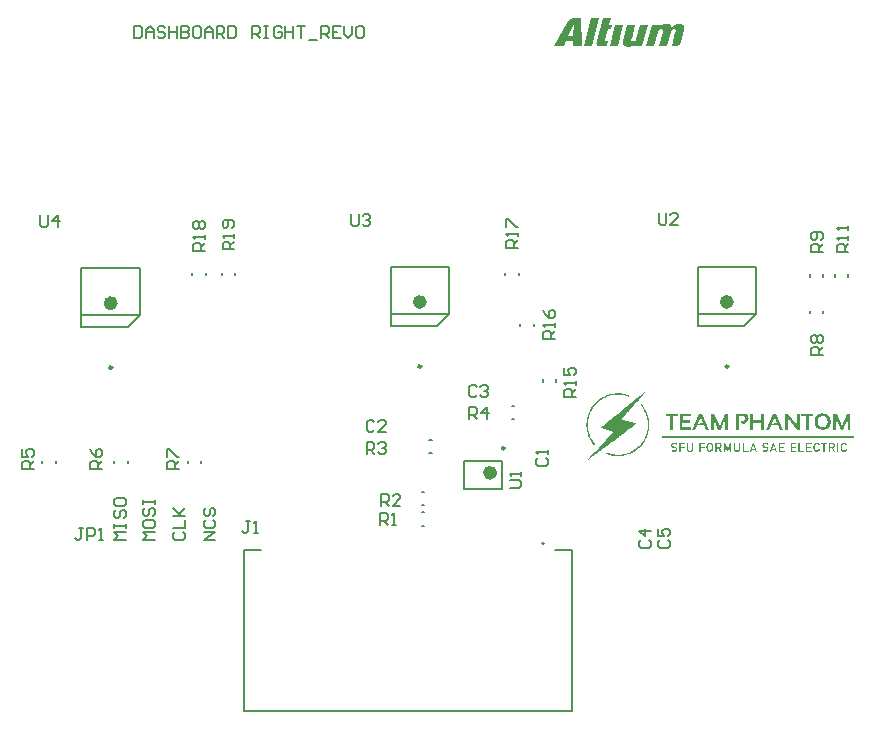
<source format=gto>
G04*
G04 #@! TF.GenerationSoftware,Altium Limited,Altium Designer,18.1.11 (251)*
G04*
G04 Layer_Color=65535*
%FSLAX25Y25*%
%MOIN*%
G70*
G01*
G75*
%ADD10C,0.00984*%
%ADD11C,0.02362*%
%ADD12C,0.00787*%
%ADD13C,0.00500*%
%ADD14C,0.00591*%
G36*
X243811Y191285D02*
X243956Y191276D01*
X244084Y191258D01*
X244184Y191239D01*
X244257Y191221D01*
X244303Y191212D01*
X244321Y191203D01*
X244458Y191166D01*
X244576Y191121D01*
X244694Y191066D01*
X244785Y191021D01*
X244858Y190975D01*
X244922Y190939D01*
X244959Y190911D01*
X244968Y190902D01*
X245050Y190811D01*
X245123Y190711D01*
X245177Y190611D01*
X245214Y190520D01*
X245241Y190429D01*
X245268Y190356D01*
X245277Y190310D01*
Y190301D01*
Y190292D01*
X245296Y190137D01*
Y189973D01*
X245286Y189818D01*
X245268Y189663D01*
X245241Y189527D01*
X245223Y189427D01*
X245214Y189381D01*
Y189354D01*
X245205Y189335D01*
Y189326D01*
X244166Y185199D01*
X244093Y184999D01*
X244002Y184817D01*
X243893Y184653D01*
X243774Y184516D01*
X243665Y184407D01*
X243574Y184325D01*
X243537Y184298D01*
X243519Y184279D01*
X243501Y184270D01*
X243492Y184261D01*
X243291Y184134D01*
X243091Y184043D01*
X242891Y183979D01*
X242718Y183933D01*
X242563Y183906D01*
X242499Y183897D01*
X242444D01*
X242399Y183888D01*
X241142D01*
X242335Y188652D01*
X242371Y188807D01*
X242380Y188935D01*
Y189044D01*
X242371Y189135D01*
X242353Y189199D01*
X242335Y189253D01*
X242326Y189281D01*
X242317Y189290D01*
X242262Y189363D01*
X242180Y189408D01*
X242098Y189445D01*
X242007Y189472D01*
X241925Y189490D01*
X241861Y189499D01*
X241797D01*
X241652Y189490D01*
X241524Y189463D01*
X241406Y189436D01*
X241315Y189399D01*
X241233Y189354D01*
X241178Y189326D01*
X241142Y189299D01*
X241132Y189290D01*
X241041Y189199D01*
X240968Y189099D01*
X240905Y188998D01*
X240859Y188889D01*
X240813Y188798D01*
X240786Y188725D01*
X240777Y188670D01*
X240768Y188661D01*
Y188652D01*
X239575Y183888D01*
X236887D01*
X238071Y188643D01*
X238108Y188798D01*
X238126Y188925D01*
Y189044D01*
X238117Y189135D01*
X238099Y189199D01*
X238081Y189253D01*
X238071Y189281D01*
X238062Y189290D01*
X237999Y189363D01*
X237926Y189408D01*
X237835Y189445D01*
X237743Y189472D01*
X237662Y189490D01*
X237598Y189499D01*
X237534D01*
X237397Y189490D01*
X237270Y189463D01*
X237160Y189436D01*
X237069Y189399D01*
X236997Y189354D01*
X236942Y189326D01*
X236905Y189299D01*
X236896Y189290D01*
X236805Y189199D01*
X236732Y189099D01*
X236668Y188998D01*
X236623Y188889D01*
X236586Y188798D01*
X236559Y188725D01*
X236550Y188670D01*
X236541Y188661D01*
Y188652D01*
X235338Y183888D01*
X232651D01*
X234455Y191103D01*
X237170D01*
X236960Y190228D01*
X236987D01*
X237151Y190419D01*
X237315Y190583D01*
X237488Y190720D01*
X237643Y190829D01*
X237780Y190920D01*
X237835Y190957D01*
X237880Y190984D01*
X237926Y191003D01*
X237953Y191021D01*
X237971Y191030D01*
X237980D01*
X238199Y191121D01*
X238427Y191185D01*
X238645Y191239D01*
X238855Y191267D01*
X238946Y191285D01*
X239028D01*
X239101Y191294D01*
X239165Y191303D01*
X239447D01*
X239593Y191294D01*
X239720Y191285D01*
X239830Y191267D01*
X239921Y191258D01*
X239984Y191239D01*
X240021Y191230D01*
X240039D01*
X240158Y191203D01*
X240258Y191176D01*
X240349Y191139D01*
X240431Y191103D01*
X240495Y191075D01*
X240540Y191048D01*
X240568Y191039D01*
X240577Y191030D01*
X240650Y190975D01*
X240713Y190911D01*
X240777Y190857D01*
X240823Y190802D01*
X240859Y190747D01*
X240886Y190711D01*
X240896Y190684D01*
X240905Y190674D01*
X240987Y190510D01*
X241023Y190429D01*
X241050Y190347D01*
X241069Y190283D01*
X241087Y190228D01*
X241096Y190192D01*
Y190183D01*
X241187Y190292D01*
X241278Y190392D01*
X241360Y190483D01*
X241442Y190565D01*
X241515Y190629D01*
X241570Y190674D01*
X241606Y190702D01*
X241615Y190711D01*
X241724Y190793D01*
X241834Y190857D01*
X241934Y190911D01*
X242025Y190966D01*
X242107Y191003D01*
X242171Y191030D01*
X242207Y191039D01*
X242226Y191048D01*
X242453Y191130D01*
X242553Y191166D01*
X242654Y191194D01*
X242727Y191212D01*
X242790Y191230D01*
X242836Y191239D01*
X242845D01*
X243073Y191276D01*
X243182Y191285D01*
X243282Y191294D01*
X243364Y191303D01*
X243656D01*
X243811Y191285D01*
D02*
G37*
G36*
X231321Y183879D02*
X228643Y183879D01*
X228852Y184744D01*
X228816D01*
X228652Y184562D01*
X228488Y184407D01*
X228324Y184270D01*
X228169Y184161D01*
X228032Y184079D01*
X227978Y184042D01*
X227932Y184015D01*
X227887Y183997D01*
X227859Y183979D01*
X227841Y183970D01*
X227832D01*
X227613Y183879D01*
X227395Y183815D01*
X227176Y183769D01*
X226975Y183742D01*
X226884Y183724D01*
X226802D01*
X226720Y183714D01*
X226666Y183705D01*
X226365D01*
X226210Y183714D01*
X226064Y183733D01*
X225946Y183751D01*
X225846Y183769D01*
X225773Y183778D01*
X225727Y183797D01*
X225709D01*
X225582Y183842D01*
X225463Y183888D01*
X225363Y183942D01*
X225272Y183997D01*
X225208Y184042D01*
X225153Y184079D01*
X225117Y184106D01*
X225108Y184115D01*
X225017Y184197D01*
X224935Y184288D01*
X224880Y184379D01*
X224835Y184471D01*
X224798Y184562D01*
X224780Y184625D01*
X224762Y184671D01*
Y184689D01*
X224744Y184844D01*
Y184999D01*
X224753Y185154D01*
X224771Y185309D01*
X224798Y185436D01*
X224816Y185546D01*
X224826Y185582D01*
Y185609D01*
X224835Y185628D01*
Y185637D01*
X226201Y191103D01*
X228889D01*
X227695Y186329D01*
X227668Y186174D01*
X227650Y186047D01*
Y185937D01*
X227668Y185846D01*
X227677Y185773D01*
X227695Y185728D01*
X227704Y185691D01*
X227713Y185682D01*
X227777Y185609D01*
X227850Y185555D01*
X227932Y185518D01*
X228023Y185491D01*
X228096Y185473D01*
X228160Y185464D01*
X228223D01*
X228369Y185473D01*
X228497Y185500D01*
X228606Y185537D01*
X228697Y185573D01*
X228770Y185609D01*
X228825Y185646D01*
X228861Y185673D01*
X228870Y185682D01*
X228961Y185773D01*
X229034Y185874D01*
X229098Y185983D01*
X229153Y186092D01*
X229189Y186183D01*
X229217Y186256D01*
X229226Y186311D01*
X229235Y186320D01*
Y186329D01*
X230437Y191103D01*
X233125Y191103D01*
X231321Y183879D01*
D02*
G37*
G36*
X223167Y183879D02*
X220480D01*
X222284Y191103D01*
X224980D01*
X223167Y183879D01*
D02*
G37*
G36*
X214385D02*
X211689D01*
X214085Y193407D01*
X216772D01*
X214385Y183879D01*
D02*
G37*
G36*
X211124D02*
X208017D01*
X208109Y185537D01*
X205795D01*
X205066Y183888D01*
X201969Y183879D01*
X206059Y191513D01*
X206150Y191667D01*
X206250Y191804D01*
X206350Y191941D01*
X206432Y192050D01*
X206514Y192141D01*
X206569Y192214D01*
X206606Y192251D01*
X206624Y192269D01*
X206751Y192396D01*
X206879Y192506D01*
X206997Y192606D01*
X207106Y192697D01*
X207207Y192761D01*
X207280Y192815D01*
X207325Y192852D01*
X207343Y192861D01*
X207498Y192952D01*
X207644Y193025D01*
X207790Y193098D01*
X207926Y193152D01*
X208036Y193198D01*
X208127Y193225D01*
X208154Y193234D01*
X208182Y193244D01*
X208191Y193253D01*
X208200D01*
X208373Y193298D01*
X208546Y193335D01*
X208710Y193362D01*
X208856Y193380D01*
X208983Y193398D01*
X209083D01*
X209120Y193407D01*
X210769D01*
X211124Y183879D01*
D02*
G37*
G36*
X220161Y191103D02*
X221291D01*
X220890Y189481D01*
X219760D01*
X218904Y186047D01*
X218886Y185946D01*
Y185855D01*
Y185782D01*
X218904Y185719D01*
X218922Y185673D01*
X218940Y185637D01*
X218950Y185618D01*
X218959Y185609D01*
X219022Y185564D01*
X219086Y185527D01*
X219168Y185509D01*
X219250Y185491D01*
X219323Y185482D01*
X219888D01*
X219487Y183879D01*
X219332Y183869D01*
X219186Y183860D01*
X219059Y183851D01*
X218940Y183842D01*
X218840D01*
X218758Y183833D01*
X218694D01*
X218558Y183824D01*
X218294D01*
X218184Y183815D01*
X217738D01*
X217537Y183824D01*
X217364Y183833D01*
X217210Y183851D01*
X217091Y183860D01*
X217000Y183879D01*
X216945Y183888D01*
X216927D01*
X216781Y183924D01*
X216654Y183960D01*
X216545Y184006D01*
X216453Y184042D01*
X216381Y184079D01*
X216335Y184106D01*
X216299Y184124D01*
X216289Y184134D01*
X216207Y184206D01*
X216144Y184288D01*
X216089Y184379D01*
X216053Y184461D01*
X216025Y184544D01*
X216007Y184607D01*
X215998Y184653D01*
Y184671D01*
X215989Y184817D01*
X215998Y184981D01*
X216016Y185136D01*
X216043Y185291D01*
X216062Y185427D01*
X216089Y185527D01*
X216098Y185573D01*
Y185600D01*
X216107Y185618D01*
Y185628D01*
X218048Y193307D01*
X220744D01*
X220161Y191103D01*
D02*
G37*
G36*
X223818Y68174D02*
X223971D01*
X224146Y68152D01*
X224364Y68130D01*
X224583Y68086D01*
X225108Y68021D01*
X225677Y67889D01*
X226289Y67736D01*
X226901Y67518D01*
X226748Y67080D01*
X226727D01*
X226683Y67102D01*
X226595Y67146D01*
X226464Y67168D01*
X226333Y67233D01*
X226158Y67277D01*
X225961Y67343D01*
X225742Y67386D01*
X225261Y67518D01*
X224693Y67627D01*
X224102Y67693D01*
X223490Y67736D01*
X222877D01*
X222680Y67714D01*
X222462Y67693D01*
X221981Y67649D01*
X221434Y67583D01*
X220865Y67474D01*
X220275Y67321D01*
X220253D01*
X220209Y67299D01*
X220122Y67277D01*
X220012Y67233D01*
X219881Y67190D01*
X219706Y67124D01*
X219334Y66971D01*
X218875Y66774D01*
X218394Y66533D01*
X217891Y66249D01*
X217366Y65921D01*
X217344D01*
X217301Y65877D01*
X217235Y65834D01*
X217126Y65746D01*
X217016Y65659D01*
X216885Y65549D01*
X216557Y65265D01*
X216185Y64937D01*
X215791Y64521D01*
X215398Y64062D01*
X215004Y63559D01*
Y63537D01*
X214960Y63494D01*
X214917Y63428D01*
X214851Y63319D01*
X214764Y63187D01*
X214676Y63034D01*
X214567Y62859D01*
X214457Y62662D01*
X214217Y62225D01*
X213976Y61722D01*
X213736Y61175D01*
X213539Y60585D01*
Y60563D01*
X213517Y60519D01*
X213495Y60432D01*
X213473Y60300D01*
X213429Y60169D01*
X213386Y59994D01*
X213364Y59798D01*
X213320Y59579D01*
X213233Y59098D01*
X213167Y58551D01*
X213123Y57982D01*
Y57370D01*
Y57348D01*
Y57304D01*
Y57217D01*
X213145Y57108D01*
X213167Y56954D01*
Y56779D01*
X213189Y56583D01*
X213233Y56386D01*
X213298Y55905D01*
X213429Y55358D01*
X213561Y54789D01*
X213757Y54199D01*
Y54177D01*
X213779Y54133D01*
X213823Y54046D01*
X213867Y53936D01*
X213932Y53805D01*
X213998Y53630D01*
X214195Y53258D01*
X214414Y52821D01*
X214698Y52340D01*
X215048Y51837D01*
X215420Y51334D01*
X215048Y51006D01*
X215026Y51028D01*
X215004Y51071D01*
X214938Y51137D01*
X214873Y51246D01*
X214764Y51377D01*
X214654Y51531D01*
X214545Y51706D01*
X214414Y51902D01*
X214129Y52362D01*
X213845Y52886D01*
X213561Y53455D01*
X213320Y54046D01*
Y54067D01*
X213298Y54111D01*
X213254Y54199D01*
X213233Y54330D01*
X213167Y54461D01*
X213123Y54636D01*
X213058Y54833D01*
X213014Y55052D01*
X212883Y55555D01*
X212773Y56123D01*
X212686Y56714D01*
X212642Y57348D01*
Y57370D01*
Y57436D01*
Y57523D01*
Y57654D01*
Y57807D01*
X212664Y57982D01*
Y58201D01*
X212686Y58420D01*
X212730Y58944D01*
X212817Y59513D01*
X212948Y60125D01*
X213101Y60738D01*
Y60760D01*
X213123Y60804D01*
X213145Y60891D01*
X213189Y61022D01*
X213254Y61153D01*
X213298Y61328D01*
X213386Y61525D01*
X213473Y61744D01*
X213692Y62225D01*
X213932Y62750D01*
X214261Y63297D01*
X214611Y63843D01*
X214632Y63865D01*
X214654Y63909D01*
X214720Y63975D01*
X214807Y64084D01*
X214895Y64215D01*
X215026Y64346D01*
X215332Y64696D01*
X215682Y65090D01*
X216098Y65505D01*
X216579Y65921D01*
X217082Y66315D01*
X217104Y66337D01*
X217147Y66359D01*
X217235Y66402D01*
X217322Y66468D01*
X217454Y66555D01*
X217629Y66643D01*
X217804Y66752D01*
X218000Y66861D01*
X218460Y67102D01*
X218963Y67343D01*
X219531Y67583D01*
X220122Y67780D01*
X220144D01*
X220187Y67802D01*
X220275Y67824D01*
X220406Y67846D01*
X220559Y67889D01*
X220734Y67933D01*
X220931Y67977D01*
X221171Y68021D01*
X221674Y68086D01*
X222243Y68152D01*
X222855Y68196D01*
X223687D01*
X223818Y68174D01*
D02*
G37*
G36*
X271954Y56101D02*
X270970D01*
Y58376D01*
X268323D01*
Y56101D01*
X267317D01*
Y61438D01*
X268323D01*
Y59229D01*
X270970D01*
Y61438D01*
X271954D01*
Y56101D01*
D02*
G37*
G36*
X265327Y61416D02*
X265502Y61394D01*
X265699Y61350D01*
X265896Y61263D01*
X266092Y61175D01*
X266267Y61044D01*
X266289Y61022D01*
X266333Y60979D01*
X266399Y60891D01*
X266486Y60760D01*
X266552Y60607D01*
X266617Y60410D01*
X266661Y60191D01*
X266683Y59929D01*
Y59885D01*
Y59798D01*
X266661Y59644D01*
X266617Y59469D01*
X266552Y59251D01*
X266442Y59032D01*
X266311Y58813D01*
X266114Y58617D01*
X266092Y58595D01*
X266005Y58529D01*
X265874Y58442D01*
X265699Y58354D01*
X265458Y58223D01*
X265152Y58113D01*
X264802Y58026D01*
X264408Y57938D01*
X264277Y58835D01*
X264299D01*
X264387Y58857D01*
X264518Y58879D01*
X264649Y58923D01*
X264999Y59032D01*
X265152Y59119D01*
X265283Y59207D01*
X265305Y59229D01*
X265349Y59251D01*
X265393Y59316D01*
X265458Y59404D01*
X265589Y59623D01*
X265611Y59754D01*
X265633Y59907D01*
Y59929D01*
Y59951D01*
X265611Y60082D01*
X265568Y60257D01*
X265458Y60388D01*
X265436Y60410D01*
X265327Y60475D01*
X265174Y60541D01*
X264977Y60563D01*
X263621D01*
Y56101D01*
X262637D01*
Y61438D01*
X265174D01*
X265327Y61416D01*
D02*
G37*
G36*
X283720Y56101D02*
X282714D01*
X279892Y60060D01*
Y56101D01*
X278930D01*
Y61438D01*
X279914D01*
X282757Y57545D01*
Y61438D01*
X283720D01*
Y56101D01*
D02*
G37*
G36*
X300603Y56102D02*
X299707D01*
Y59798D01*
X298219Y56101D01*
X297388D01*
X295901Y59798D01*
Y56101D01*
X295005D01*
Y61438D01*
X296011D01*
X297848Y57392D01*
X299619Y61438D01*
X300603D01*
Y56102D01*
D02*
G37*
G36*
X259816Y56101D02*
X258897D01*
Y59798D01*
X257454Y56101D01*
X256601D01*
X255114Y59798D01*
Y56101D01*
X254195D01*
Y61438D01*
X255245D01*
X257038Y57392D01*
X258832Y61438D01*
X259816D01*
Y56101D01*
D02*
G37*
G36*
X288334Y60585D02*
X286803D01*
Y56101D01*
X285819D01*
Y60585D01*
X284266D01*
Y61438D01*
X288334D01*
Y60585D01*
D02*
G37*
G36*
X278274Y56101D02*
X277224D01*
X276590Y57545D01*
X274819D01*
X275168Y58398D01*
X276240D01*
X275387Y60432D01*
X273616Y56101D01*
X272610D01*
X274884Y61438D01*
X275956D01*
X278274Y56101D01*
D02*
G37*
G36*
X253561D02*
X252467D01*
X251877Y57545D01*
X250084D01*
X250412Y58398D01*
X251505D01*
X250674Y60432D01*
X248881Y56101D01*
X247875D01*
X250149Y61438D01*
X251221D01*
X253561Y56101D01*
D02*
G37*
G36*
X247372Y60585D02*
X244704D01*
Y59229D01*
X247262D01*
Y58354D01*
X244660D01*
Y56954D01*
X247415D01*
Y56101D01*
X243698D01*
Y61438D01*
X247372D01*
Y60585D01*
D02*
G37*
G36*
X243151D02*
X241598D01*
Y56101D01*
X240614Y56101D01*
Y60585D01*
X239061D01*
Y61438D01*
X243151Y61438D01*
Y60585D01*
D02*
G37*
G36*
X291855Y61438D02*
X292140Y61394D01*
X292468Y61307D01*
X292796Y61197D01*
X293124Y61022D01*
X293386Y60782D01*
X293408Y60760D01*
X293496Y60650D01*
X293605Y60497D01*
X293736Y60279D01*
X293846Y59994D01*
X293955Y59644D01*
X294042Y59229D01*
X294064Y58748D01*
Y58726D01*
Y58682D01*
Y58617D01*
Y58529D01*
X294020Y58289D01*
X293977Y58004D01*
X293889Y57676D01*
X293780Y57326D01*
X293605Y56998D01*
X293386Y56714D01*
X293364Y56692D01*
X293255Y56604D01*
X293102Y56495D01*
X292883Y56386D01*
X292621Y56255D01*
X292271Y56145D01*
X291855Y56058D01*
X291396Y56036D01*
X291265D01*
X291177Y56058D01*
X290959Y56080D01*
X290674Y56123D01*
X290346Y56211D01*
X290018Y56320D01*
X289712Y56495D01*
X289428Y56714D01*
X289406Y56758D01*
X289318Y56845D01*
X289209Y56998D01*
X289100Y57239D01*
X288968Y57523D01*
X288837Y57873D01*
X288750Y58289D01*
X288706Y58748D01*
Y58770D01*
Y58813D01*
Y58879D01*
X288728Y58966D01*
X288750Y59207D01*
X288793Y59513D01*
X288881Y59841D01*
X288990Y60169D01*
X289165Y60497D01*
X289384Y60782D01*
X289406Y60804D01*
X289515Y60891D01*
X289668Y61000D01*
X289887Y61132D01*
X290171Y61263D01*
X290521Y61372D01*
X290937Y61460D01*
X291396Y61481D01*
X291615D01*
X291855Y61438D01*
D02*
G37*
G36*
X301762Y53346D02*
X237858Y53346D01*
Y53805D01*
X301762Y53805D01*
Y53346D01*
D02*
G37*
G36*
X272632Y51662D02*
X272807Y51618D01*
X272828D01*
X272850Y51596D01*
X272960Y51574D01*
X273091Y51509D01*
X273244Y51399D01*
X273003Y51006D01*
X272982Y51028D01*
X272894Y51071D01*
X272763Y51137D01*
X272632Y51181D01*
X272610Y51203D01*
X272522Y51224D01*
X272391Y51246D01*
X272260Y51268D01*
X272194D01*
X272041Y51224D01*
X272019D01*
X271997Y51203D01*
X271888Y51159D01*
X271844Y51115D01*
X271822Y51071D01*
X271779Y51006D01*
Y50984D01*
Y50962D01*
X271757Y50831D01*
Y50787D01*
X271779Y50700D01*
X271800Y50678D01*
X271844Y50568D01*
X271866Y50546D01*
X271954Y50481D01*
X271975D01*
X272019Y50459D01*
X272085D01*
X272172Y50437D01*
X272194D01*
X272216Y50415D01*
X272304Y50393D01*
X272544D01*
X272632Y50371D01*
X272741Y50350D01*
X272872Y50284D01*
X272894Y50262D01*
X272982Y50240D01*
X273047Y50175D01*
X273135Y50087D01*
X273156Y50065D01*
X273200Y50000D01*
X273244Y49912D01*
X273288Y49803D01*
Y49781D01*
X273309Y49715D01*
X273331Y49628D01*
Y49519D01*
Y49497D01*
Y49453D01*
X273309Y49365D01*
Y49278D01*
X273222Y49059D01*
X273156Y48950D01*
X273069Y48862D01*
X273047D01*
X273025Y48819D01*
X272960Y48797D01*
X272872Y48753D01*
X272763Y48709D01*
X272632Y48687D01*
X272457Y48644D01*
X272150D01*
X272063Y48666D01*
X271866Y48687D01*
X271647Y48731D01*
X271626D01*
X271604Y48753D01*
X271473Y48819D01*
X271298Y48906D01*
X271123Y49059D01*
X271429Y49409D01*
X271451Y49387D01*
X271538Y49322D01*
X271669Y49234D01*
X271800Y49169D01*
X271844D01*
X271954Y49147D01*
X272107Y49125D01*
X272282Y49103D01*
X272325D01*
X272457Y49125D01*
X272588Y49147D01*
X272719Y49191D01*
X272741Y49212D01*
X272807Y49278D01*
X272850Y49365D01*
X272872Y49519D01*
Y49540D01*
Y49606D01*
X272828Y49694D01*
X272785Y49781D01*
X272763Y49803D01*
X272719Y49847D01*
X272610Y49890D01*
X272479Y49934D01*
X272260D01*
X272216Y49956D01*
X272085Y49978D01*
X272063D01*
X271975Y50000D01*
X271844Y50022D01*
X271735Y50065D01*
X271713Y50087D01*
X271647Y50131D01*
X271560Y50197D01*
X271494Y50284D01*
X271473Y50306D01*
X271429Y50350D01*
X271385Y50437D01*
X271341Y50525D01*
Y50546D01*
X271319Y50612D01*
X271298Y50721D01*
Y50831D01*
Y50875D01*
Y50962D01*
X271319Y51071D01*
X271341Y51203D01*
X271363Y51224D01*
X271385Y51290D01*
X271451Y51377D01*
X271538Y51487D01*
X271560Y51509D01*
X271626Y51552D01*
X271735Y51596D01*
X271844Y51640D01*
X271866Y51662D01*
X271975Y51684D01*
X272107Y51706D01*
X272457D01*
X272632Y51662D01*
D02*
G37*
G36*
X242210D02*
X242407Y51618D01*
X242429D01*
X242451Y51596D01*
X242560Y51574D01*
X242692Y51509D01*
X242845Y51399D01*
X242604Y51006D01*
X242582Y51028D01*
X242495Y51071D01*
X242364Y51137D01*
X242232Y51181D01*
X242189Y51203D01*
X242101Y51224D01*
X241992Y51246D01*
X241839Y51268D01*
X241773D01*
X241642Y51224D01*
X241620D01*
X241598Y51203D01*
X241489Y51159D01*
X241445Y51115D01*
X241423Y51071D01*
X241379Y51006D01*
Y50984D01*
X241357Y50962D01*
X241336Y50831D01*
Y50787D01*
X241357Y50700D01*
X241379Y50678D01*
X241445Y50568D01*
X241467Y50546D01*
X241554Y50481D01*
X241576D01*
X241620Y50459D01*
X241686D01*
X241773Y50437D01*
X241795D01*
X241817Y50415D01*
X241904Y50393D01*
X242145D01*
X242232Y50371D01*
X242342Y50350D01*
X242473Y50284D01*
X242495Y50262D01*
X242582Y50240D01*
X242648Y50175D01*
X242735Y50087D01*
X242757Y50065D01*
X242801Y50000D01*
X242845Y49912D01*
X242888Y49803D01*
Y49781D01*
X242910Y49715D01*
X242932Y49628D01*
Y49519D01*
Y49497D01*
Y49453D01*
X242910Y49365D01*
X242888Y49278D01*
X242801Y49059D01*
X242735Y48950D01*
X242648Y48862D01*
X242626D01*
X242604Y48819D01*
X242538Y48797D01*
X242451Y48753D01*
X242342Y48709D01*
X242210Y48687D01*
X242057Y48644D01*
X241751D01*
X241664Y48666D01*
X241467Y48687D01*
X241248Y48731D01*
X241226D01*
X241204Y48753D01*
X241073Y48819D01*
X240898Y48906D01*
X240701Y49059D01*
X241029Y49409D01*
X241051Y49387D01*
X241139Y49322D01*
X241248Y49234D01*
X241401Y49169D01*
X241445D01*
X241554Y49147D01*
X241707Y49125D01*
X241882Y49103D01*
X241926D01*
X242057Y49125D01*
X242189Y49147D01*
X242320Y49191D01*
X242342Y49212D01*
X242407Y49278D01*
X242451Y49365D01*
X242473Y49519D01*
Y49540D01*
X242451Y49606D01*
X242429Y49694D01*
X242364Y49781D01*
X242342Y49803D01*
X242298Y49847D01*
X242210Y49890D01*
X242079Y49934D01*
X241861D01*
X241817Y49956D01*
X241751D01*
X241664Y49978D01*
X241642D01*
X241554Y50000D01*
X241445Y50022D01*
X241336Y50065D01*
X241314Y50087D01*
X241248Y50131D01*
X241161Y50196D01*
X241073Y50284D01*
X241051Y50306D01*
X241029Y50350D01*
X240964Y50437D01*
X240920Y50525D01*
Y50546D01*
X240898Y50612D01*
X240876Y50721D01*
X240855Y50831D01*
Y50875D01*
Y50962D01*
X240876Y51071D01*
X240920Y51203D01*
X240942Y51224D01*
X240986Y51290D01*
X241051Y51377D01*
X241139Y51487D01*
X241161Y51509D01*
X241226Y51552D01*
X241314Y51596D01*
X241423Y51640D01*
X241467Y51662D01*
X241554Y51684D01*
X241686Y51706D01*
X242035D01*
X242210Y51662D01*
D02*
G37*
G36*
X298723Y51684D02*
X298854Y51640D01*
X298876D01*
X298963Y51596D01*
X299072Y51552D01*
X299182Y51465D01*
X299204Y51443D01*
X299269Y51377D01*
X299335Y51290D01*
X299400Y51159D01*
X299422Y51137D01*
X299444Y51050D01*
X299510Y50940D01*
X299553Y50809D01*
X299029D01*
Y50831D01*
X299007Y50875D01*
X298963Y50984D01*
Y51006D01*
X298941Y51028D01*
X298854Y51137D01*
X298832Y51159D01*
X298788Y51181D01*
X298657Y51224D01*
X298635D01*
X298591Y51246D01*
X298460Y51268D01*
X298416Y51246D01*
X298329Y51224D01*
X298285D01*
X298176Y51203D01*
X298154Y51181D01*
X298088Y51115D01*
X298066Y51093D01*
X298001Y51050D01*
X297979Y51006D01*
X297913Y50918D01*
Y50875D01*
X297891Y50787D01*
Y50765D01*
X297870Y50743D01*
Y50656D01*
X297848Y50546D01*
Y50525D01*
Y50437D01*
Y50328D01*
Y50197D01*
Y50153D01*
Y50065D01*
Y49934D01*
Y49803D01*
Y49781D01*
X297870Y49715D01*
Y49628D01*
X297891Y49562D01*
Y49519D01*
X297913Y49431D01*
X297935Y49387D01*
X298001Y49300D01*
X298023Y49278D01*
X298088Y49212D01*
X298110Y49191D01*
X298176Y49169D01*
X298198D01*
X298219Y49147D01*
X298329Y49103D01*
X298504Y49103D01*
X298569Y49125D01*
X298679Y49147D01*
X298788Y49191D01*
X298810Y49212D01*
X298876Y49278D01*
X298963Y49365D01*
X299029Y49519D01*
X299553D01*
X299532Y49475D01*
X299510Y49387D01*
X299444Y49256D01*
X299379Y49125D01*
X299357Y49103D01*
X299313Y49038D01*
X299247Y48950D01*
X299160Y48841D01*
X299138Y48819D01*
X299072Y48797D01*
X298963Y48731D01*
X298832Y48687D01*
X298810D01*
X298723Y48666D01*
X298591Y48644D01*
X298373Y48644D01*
X298263Y48666D01*
X298154Y48687D01*
X298132D01*
X298066Y48709D01*
X297979Y48753D01*
X297870Y48797D01*
X297848Y48819D01*
X297804Y48862D01*
X297651Y48972D01*
Y48994D01*
X297607Y49037D01*
X297520Y49169D01*
X297498Y49191D01*
X297476Y49234D01*
Y49256D01*
Y49300D01*
X297454Y49322D01*
X297432Y49365D01*
Y49387D01*
Y49409D01*
Y49475D01*
Y49497D01*
X297410Y49540D01*
X297388Y49628D01*
X297367Y49737D01*
Y49759D01*
Y49869D01*
Y50000D01*
Y50197D01*
Y50218D01*
Y50240D01*
Y50350D01*
Y50481D01*
Y50612D01*
Y50634D01*
X297388Y50721D01*
X297410Y50787D01*
X297432Y50875D01*
Y50896D01*
Y50918D01*
X297454Y51028D01*
Y51050D01*
X297476Y51071D01*
X297520Y51181D01*
X297541Y51203D01*
X297563Y51246D01*
X297651Y51377D01*
X297673Y51399D01*
X297716Y51443D01*
X297782Y51509D01*
X297870Y51552D01*
X297891Y51574D01*
X297957Y51596D01*
X298044Y51640D01*
X298154Y51662D01*
X298176D01*
X298241Y51684D01*
X298351Y51706D01*
X298591Y51706D01*
X298723Y51684D01*
D02*
G37*
G36*
X289668Y51684D02*
X289799Y51640D01*
X289843D01*
X289909Y51596D01*
X290018Y51552D01*
X290128Y51465D01*
X290149Y51443D01*
X290215Y51377D01*
X290281Y51290D01*
X290346Y51159D01*
X290368Y51137D01*
X290390Y51050D01*
X290434Y50940D01*
X290477Y50809D01*
X289996D01*
Y50831D01*
X289974Y50875D01*
X289909Y50984D01*
Y51006D01*
X289887Y51028D01*
X289778Y51137D01*
Y51159D01*
X289734Y51181D01*
X289625Y51224D01*
X289603D01*
X289559Y51246D01*
X289428Y51268D01*
X289406D01*
X289362Y51246D01*
X289253Y51224D01*
X289209D01*
X289143Y51203D01*
X289100Y51181D01*
X289034Y51115D01*
X289012Y51093D01*
X288925Y51050D01*
X288903Y51006D01*
X288859Y50918D01*
X288837Y50875D01*
X288815Y50787D01*
Y50765D01*
Y50743D01*
X288793Y50656D01*
Y50546D01*
Y50525D01*
Y50437D01*
Y50328D01*
Y50197D01*
Y50153D01*
Y50065D01*
Y49934D01*
Y49803D01*
Y49781D01*
Y49715D01*
Y49628D01*
X288815Y49562D01*
X288837Y49519D01*
X288859Y49431D01*
X288881Y49387D01*
X288925Y49300D01*
X288947D01*
X288968Y49278D01*
X289034Y49212D01*
X289056Y49191D01*
X289143Y49169D01*
X289165Y49147D01*
X289253Y49103D01*
X289450D01*
X289537Y49125D01*
X289646Y49147D01*
X289756Y49191D01*
X289778Y49212D01*
X289843Y49278D01*
X289931Y49365D01*
X289996Y49519D01*
X290477D01*
Y49475D01*
X290456Y49387D01*
X290412Y49256D01*
X290346Y49125D01*
X290324Y49103D01*
X290281Y49037D01*
X290193Y48950D01*
X290084Y48841D01*
X290062Y48819D01*
X289996Y48797D01*
X289909Y48731D01*
X289778Y48687D01*
X289756D01*
X289668Y48666D01*
X289559Y48644D01*
X289318D01*
X289187Y48666D01*
X289078Y48687D01*
X289056D01*
X288990Y48709D01*
X288815Y48797D01*
X288793Y48819D01*
X288750Y48862D01*
X288597Y48972D01*
X288575Y48994D01*
X288553Y49037D01*
X288444Y49169D01*
Y49191D01*
X288422Y49234D01*
Y49256D01*
X288400Y49300D01*
X288378Y49322D01*
X288356Y49365D01*
Y49387D01*
Y49409D01*
Y49475D01*
Y49497D01*
Y49540D01*
X288334Y49628D01*
Y49737D01*
Y49759D01*
Y49869D01*
Y50000D01*
Y50197D01*
Y50218D01*
Y50240D01*
Y50350D01*
Y50481D01*
Y50612D01*
Y50634D01*
Y50721D01*
Y50787D01*
X288356Y50875D01*
Y50896D01*
X288378Y50918D01*
X288400Y51028D01*
Y51050D01*
X288422Y51071D01*
X288444Y51181D01*
X288465Y51203D01*
X288487Y51246D01*
X288597Y51377D01*
X288619Y51399D01*
X288662Y51443D01*
X288815Y51552D01*
X288837Y51574D01*
X288881Y51596D01*
X288968Y51640D01*
X289078Y51662D01*
X289100D01*
X289187Y51684D01*
X289297Y51706D01*
X289559D01*
X289668Y51684D01*
D02*
G37*
G36*
X260997Y48666D02*
X260538D01*
Y50546D01*
X260516D01*
X259903Y49103D01*
X259510D01*
X258875Y50546D01*
X258854D01*
Y48666D01*
X258394D01*
Y51684D01*
X258832D01*
X259706Y49715D01*
X260559Y51684D01*
X260997D01*
Y48666D01*
D02*
G37*
G36*
X263949Y49672D02*
Y49628D01*
Y49540D01*
X263906Y49409D01*
X263862Y49256D01*
X263840Y49234D01*
X263818Y49147D01*
X263731Y49037D01*
X263621Y48928D01*
X263599Y48906D01*
X263534Y48841D01*
X263424Y48775D01*
X263293Y48709D01*
X263249D01*
X263162Y48687D01*
X263031Y48666D01*
X262878Y48644D01*
X262724D01*
X262593Y48666D01*
X262440Y48709D01*
X262418Y48731D01*
X262331Y48753D01*
X262222Y48841D01*
X262112Y48928D01*
X262090Y48950D01*
X262025Y49037D01*
X261937Y49125D01*
X261850Y49256D01*
Y49300D01*
X261828Y49387D01*
X261806Y49519D01*
X261784Y49672D01*
Y51684D01*
X262243D01*
Y49737D01*
Y49715D01*
Y49650D01*
X262287Y49475D01*
Y49453D01*
X262331Y49409D01*
X262374Y49344D01*
X262440Y49256D01*
X262462Y49234D01*
X262506Y49212D01*
X262615Y49125D01*
X262681D01*
X262768Y49103D01*
X262965D01*
X263118Y49125D01*
X263140D01*
X263184Y49169D01*
X263315Y49256D01*
X263337Y49278D01*
X263359Y49322D01*
X263446Y49475D01*
Y49497D01*
X263468Y49540D01*
X263490Y49628D01*
Y49737D01*
Y51684D01*
X263949D01*
Y49672D01*
D02*
G37*
G36*
X248247D02*
Y49628D01*
Y49540D01*
X248203Y49409D01*
X248159Y49256D01*
X248137Y49234D01*
X248115Y49147D01*
X248028Y49037D01*
X247919Y48928D01*
X247897Y48906D01*
X247831Y48841D01*
X247722Y48775D01*
X247590Y48709D01*
X247547D01*
X247459Y48687D01*
X247328Y48666D01*
X247153Y48644D01*
X247022D01*
X246891Y48666D01*
X246738Y48709D01*
X246716Y48731D01*
X246628Y48753D01*
X246519Y48841D01*
X246410Y48928D01*
X246388Y48950D01*
X246322Y49037D01*
X246234Y49125D01*
X246147Y49256D01*
Y49300D01*
X246125Y49387D01*
X246103Y49519D01*
X246081Y49672D01*
Y51684D01*
X246541D01*
Y49737D01*
Y49715D01*
Y49650D01*
X246584Y49475D01*
Y49453D01*
X246628Y49409D01*
X246716Y49256D01*
X246738Y49234D01*
X246781Y49212D01*
X246913Y49125D01*
X246978D01*
X247065Y49103D01*
X247328D01*
X247394Y49125D01*
X247415D01*
X247459Y49169D01*
X247590Y49256D01*
X247612Y49278D01*
X247656Y49322D01*
X247700Y49387D01*
X247744Y49475D01*
Y49497D01*
X247765Y49540D01*
X247787Y49628D01*
Y49737D01*
Y51684D01*
X248247D01*
Y49672D01*
D02*
G37*
G36*
X296645Y48666D02*
X296186D01*
Y51684D01*
X296645D01*
Y48666D01*
D02*
G37*
G36*
X294786Y51662D02*
X294895Y51640D01*
X294917D01*
X294983Y51618D01*
X295158Y51509D01*
X295180Y51487D01*
X295245Y51421D01*
X295311Y51334D01*
X295376Y51224D01*
X295398Y51203D01*
X295420Y51115D01*
X295442Y51006D01*
X295464Y50853D01*
Y50831D01*
Y50809D01*
X295442Y50656D01*
X295398Y50481D01*
X295311Y50306D01*
X295289Y50284D01*
X295201Y50197D01*
X295070Y50087D01*
X294895Y50000D01*
X295573Y48666D01*
X295048D01*
X294392Y49956D01*
X293824D01*
Y48666D01*
X293364D01*
Y51684D01*
X294655D01*
X294786Y51662D01*
D02*
G37*
G36*
X292840Y51290D02*
X292008D01*
Y48666D01*
X291549D01*
Y51290D01*
X290718D01*
Y51684D01*
X292840D01*
Y51290D01*
D02*
G37*
G36*
X287788Y51268D02*
X286300D01*
Y50393D01*
X287569D01*
Y49978D01*
X286300D01*
Y49103D01*
X287788D01*
Y48666D01*
X285841D01*
Y51684D01*
X287788D01*
Y51268D01*
D02*
G37*
G36*
X283720Y49103D02*
X285207D01*
Y48666D01*
X283260D01*
Y51684D01*
X283720D01*
Y49103D01*
D02*
G37*
G36*
X282604Y51268D02*
X281139D01*
Y50393D01*
X282407D01*
Y49978D01*
X281139D01*
Y49103D01*
X282604D01*
Y48666D01*
X280680D01*
Y51684D01*
X282604D01*
Y51268D01*
D02*
G37*
G36*
X278777D02*
X277312D01*
Y50393D01*
X278580D01*
Y49978D01*
X277312D01*
Y49103D01*
X278777D01*
Y48666D01*
X276852D01*
Y51684D01*
X278777D01*
Y51268D01*
D02*
G37*
G36*
X276328Y48666D02*
X275825D01*
X275606Y49322D01*
X274447D01*
X274228Y48666D01*
X273725D01*
X274840Y51684D01*
X275212D01*
X276328Y48666D01*
D02*
G37*
G36*
X269614D02*
X269110D01*
X268892Y49322D01*
X267733D01*
X267514Y48666D01*
X267011D01*
X268126Y51684D01*
X268498D01*
X269614Y48666D01*
D02*
G37*
G36*
X265196Y49103D02*
X266705D01*
Y48666D01*
X264758D01*
Y51684D01*
X265196D01*
Y49103D01*
D02*
G37*
G36*
X256995Y51662D02*
X257104Y51640D01*
X257126D01*
X257191Y51618D01*
X257301Y51574D01*
X257410Y51509D01*
X257432Y51487D01*
X257476Y51421D01*
X257541Y51334D01*
X257607Y51224D01*
X257629Y51203D01*
X257651Y51115D01*
X257673Y51006D01*
X257694Y50853D01*
Y50831D01*
Y50809D01*
X257673Y50656D01*
X257629Y50481D01*
X257541Y50306D01*
X257519Y50284D01*
X257432Y50197D01*
X257301Y50087D01*
X257104Y50000D01*
X257826Y48666D01*
X257257D01*
X256645Y49956D01*
X256032D01*
Y48666D01*
X255573D01*
Y51684D01*
X256885D01*
X256995Y51662D01*
D02*
G37*
G36*
X252205Y51268D02*
X250740D01*
Y50371D01*
X252008D01*
Y49956D01*
X250740D01*
Y48666D01*
X250280D01*
Y51684D01*
X252205D01*
Y51268D01*
D02*
G37*
G36*
X245578D02*
X244091D01*
Y50371D01*
X245360D01*
Y49956D01*
X244091D01*
Y48666D01*
X243632D01*
Y51684D01*
X245578D01*
Y51268D01*
D02*
G37*
G36*
X253976Y51684D02*
X254086Y51662D01*
X254108D01*
X254173Y51640D01*
X254261Y51618D01*
X254348Y51552D01*
X254370Y51531D01*
X254436Y51509D01*
X254567Y51377D01*
X254589Y51356D01*
X254611Y51312D01*
X254698Y51181D01*
X254720Y51137D01*
X254764Y51028D01*
X254786Y50984D01*
X254829Y50875D01*
Y50853D01*
Y50809D01*
Y50721D01*
Y50612D01*
Y50590D01*
X254851Y50503D01*
Y50371D01*
Y50197D01*
Y50175D01*
Y50153D01*
Y50043D01*
Y49890D01*
X254829Y49737D01*
Y49715D01*
Y49650D01*
Y49562D01*
Y49475D01*
Y49453D01*
X254807Y49431D01*
X254764Y49300D01*
X254742Y49256D01*
X254698Y49169D01*
Y49147D01*
X254676Y49103D01*
X254567Y48972D01*
X254545Y48950D01*
X254501Y48928D01*
X254436Y48862D01*
X254348Y48797D01*
X254326D01*
X254283Y48753D01*
X254195Y48731D01*
X254086Y48687D01*
X254064D01*
X253998Y48666D01*
X253889Y48644D01*
X253648D01*
X253539Y48666D01*
X253430Y48687D01*
X253408D01*
X253342Y48709D01*
X253167Y48797D01*
X253145Y48819D01*
X253102Y48862D01*
X252949Y48972D01*
X252927Y48994D01*
X252905Y49037D01*
X252817Y49169D01*
X252796Y49191D01*
X252774Y49234D01*
Y49256D01*
X252752Y49300D01*
Y49322D01*
X252730Y49365D01*
Y49387D01*
Y49409D01*
X252708Y49475D01*
Y49497D01*
Y49540D01*
Y49628D01*
X252686Y49737D01*
Y49759D01*
Y49869D01*
X252664Y50000D01*
Y50197D01*
Y50218D01*
Y50240D01*
Y50350D01*
Y50481D01*
X252686Y50612D01*
Y50634D01*
X252708Y50721D01*
Y50787D01*
Y50875D01*
Y50896D01*
X252730Y50918D01*
X252752Y51028D01*
Y51050D01*
X252774Y51071D01*
X252817Y51181D01*
Y51203D01*
X252861Y51246D01*
X252949Y51377D01*
X252970Y51399D01*
X253014Y51443D01*
X253080Y51509D01*
X253167Y51552D01*
X253189Y51574D01*
X253233Y51596D01*
X253320Y51640D01*
X253430Y51662D01*
X253452D01*
X253539Y51684D01*
X253626Y51706D01*
X253867D01*
X253976Y51684D01*
D02*
G37*
G36*
X231035Y64631D02*
X231057Y64587D01*
X231122Y64521D01*
X231210Y64412D01*
X231297Y64303D01*
X231407Y64150D01*
X231538Y63975D01*
X231669Y63800D01*
X231975Y63362D01*
X232260Y62859D01*
X232566Y62291D01*
X232828Y61700D01*
Y61678D01*
X232850Y61635D01*
X232894Y61547D01*
X232938Y61416D01*
X232981Y61263D01*
X233047Y61088D01*
X233113Y60891D01*
X233178Y60650D01*
X233309Y60147D01*
X233440Y59579D01*
X233528Y58944D01*
X233594Y58288D01*
Y58267D01*
Y58201D01*
Y58113D01*
Y57982D01*
Y57829D01*
Y57632D01*
Y57414D01*
X233572Y57173D01*
X233528Y56648D01*
X233462Y56058D01*
X233331Y55423D01*
X233178Y54767D01*
Y54746D01*
X233156Y54702D01*
X233134Y54592D01*
X233091Y54483D01*
X233025Y54330D01*
X232959Y54155D01*
X232894Y53936D01*
X232806Y53718D01*
X232588Y53237D01*
X232325Y52712D01*
X232019Y52143D01*
X231647Y51596D01*
X231625Y51574D01*
X231604Y51531D01*
X231538Y51465D01*
X231450Y51356D01*
X231363Y51224D01*
X231232Y51071D01*
X230947Y50743D01*
X230576Y50350D01*
X230138Y49934D01*
X229657Y49497D01*
X229110Y49103D01*
X229088D01*
X229045Y49059D01*
X228957Y49016D01*
X228848Y48950D01*
X228717Y48862D01*
X228563Y48753D01*
X228367Y48644D01*
X228170Y48534D01*
X227689Y48294D01*
X227142Y48053D01*
X226552Y47813D01*
X225917Y47616D01*
X225895D01*
X225808Y47594D01*
X225655Y47550D01*
X225480Y47506D01*
X225261Y47463D01*
X225043Y47419D01*
X224518Y47332D01*
X224496D01*
X224408Y47310D01*
X224255D01*
X224080Y47288D01*
X223883Y47266D01*
X223643D01*
X223118Y47244D01*
X222943D01*
X222746Y47266D01*
X222484D01*
X222156Y47288D01*
X221828Y47332D01*
X221456Y47375D01*
X221062Y47441D01*
X221018D01*
X220887Y47485D01*
X220690Y47528D01*
X220428Y47594D01*
X220122Y47681D01*
X219794Y47791D01*
X219072Y48053D01*
X219247Y48513D01*
X219269D01*
X219313Y48491D01*
X219400Y48447D01*
X219531Y48403D01*
X219684Y48338D01*
X219859Y48294D01*
X220056Y48228D01*
X220275Y48163D01*
X220778Y48009D01*
X221346Y47878D01*
X221937Y47791D01*
X222571Y47725D01*
X223621D01*
X224102Y47769D01*
X224671Y47835D01*
X225261Y47922D01*
X225852Y48075D01*
X225873D01*
X225917Y48097D01*
X226005Y48119D01*
X226114Y48163D01*
X226267Y48206D01*
X226420Y48272D01*
X226814Y48425D01*
X227273Y48622D01*
X227776Y48862D01*
X228301Y49169D01*
X228826Y49497D01*
X228848Y49519D01*
X228892Y49540D01*
X228957Y49584D01*
X229066Y49672D01*
X229176Y49759D01*
X229329Y49869D01*
X229657Y50153D01*
X230029Y50503D01*
X230444Y50896D01*
X230860Y51356D01*
X231254Y51881D01*
X231275Y51902D01*
X231297Y51946D01*
X231363Y52034D01*
X231429Y52121D01*
X231516Y52252D01*
X231604Y52427D01*
X231713Y52602D01*
X231822Y52799D01*
X232063Y53258D01*
X232325Y53783D01*
X232544Y54330D01*
X232741Y54942D01*
Y54964D01*
X232763Y55008D01*
X232784Y55095D01*
X232806Y55227D01*
X232850Y55380D01*
X232894Y55555D01*
X232938Y55752D01*
X232981Y55970D01*
X233047Y56451D01*
X233113Y57020D01*
X233134Y57589D01*
Y58201D01*
Y58223D01*
Y58267D01*
Y58354D01*
X233113Y58485D01*
X233091Y58638D01*
Y58813D01*
X233047Y59010D01*
X233025Y59229D01*
X232938Y59710D01*
X232806Y60257D01*
X232653Y60847D01*
X232435Y61438D01*
Y61460D01*
X232413Y61503D01*
X232369Y61591D01*
X232325Y61700D01*
X232260Y61853D01*
X232172Y62006D01*
X231975Y62400D01*
X231735Y62837D01*
X231429Y63319D01*
X231057Y63822D01*
X230641Y64325D01*
X231013Y64653D01*
X231035Y64631D01*
D02*
G37*
G36*
X232828Y69355D02*
X232850Y69289D01*
X232872Y69267D01*
X232894Y69245D01*
X232872Y69223D01*
X232850Y69202D01*
X232784Y69136D01*
X232719Y69049D01*
X232500Y68808D01*
X232216Y68502D01*
X231888Y68130D01*
X231538Y67714D01*
X231144Y67277D01*
X230729Y66818D01*
X230707Y66796D01*
X230685Y66774D01*
X230619Y66708D01*
X230554Y66621D01*
X230335Y66380D01*
X230051Y66074D01*
X229745Y65702D01*
X229373Y65287D01*
X228979Y64849D01*
X228585Y64390D01*
X228563Y64368D01*
X228542Y64346D01*
X228476Y64281D01*
X228410Y64193D01*
X228192Y63953D01*
X227907Y63647D01*
X227579Y63275D01*
X227208Y62859D01*
X226814Y62422D01*
X226398Y61963D01*
X226377Y61941D01*
X226355Y61919D01*
X226289Y61853D01*
X226223Y61766D01*
X226005Y61525D01*
X225720Y61219D01*
X225392Y60847D01*
X225021Y60432D01*
X224627Y59994D01*
X224211Y59535D01*
X224233D01*
X224277Y59513D01*
X224343Y59491D01*
X224430Y59469D01*
X224539Y59448D01*
X224693Y59404D01*
X225021Y59316D01*
X225414Y59207D01*
X225830Y59098D01*
X226289Y58966D01*
X226770Y58835D01*
X226792D01*
X226836Y58813D01*
X226901D01*
X226989Y58770D01*
X227098Y58748D01*
X227251Y58704D01*
X227579Y58638D01*
X227951Y58529D01*
X228389Y58420D01*
X228870Y58288D01*
X229351Y58157D01*
X229329Y58135D01*
X229241Y58070D01*
X229132Y58004D01*
X229023Y57917D01*
X229001Y57895D01*
X228935Y57851D01*
X228848Y57764D01*
X228738Y57676D01*
X228717Y57654D01*
X228651Y57610D01*
X228542Y57523D01*
X228410Y57436D01*
X228236Y57304D01*
X228017Y57151D01*
X227776Y56976D01*
X227514Y56779D01*
X227229Y56561D01*
X226923Y56342D01*
X226267Y55839D01*
X225567Y55314D01*
X224846Y54767D01*
X224824Y54746D01*
X224758Y54702D01*
X224649Y54614D01*
X224518Y54527D01*
X224343Y54396D01*
X224146Y54242D01*
X223905Y54067D01*
X223643Y53871D01*
X223380Y53652D01*
X223074Y53433D01*
X222418Y52930D01*
X221718Y52405D01*
X220996Y51859D01*
X220975Y51837D01*
X220909Y51793D01*
X220800Y51727D01*
X220669Y51618D01*
X220494Y51487D01*
X220297Y51334D01*
X220056Y51159D01*
X219794Y50962D01*
X219509Y50743D01*
X219203Y50525D01*
X218569Y50043D01*
X217869Y49519D01*
X217147Y48972D01*
X217126Y48950D01*
X217060Y48906D01*
X216951Y48819D01*
X216819Y48731D01*
X216644Y48600D01*
X216426Y48425D01*
X216207Y48250D01*
X215945Y48053D01*
X215660Y47857D01*
X215354Y47616D01*
X214698Y47135D01*
X213998Y46610D01*
X213276Y46085D01*
X213254Y46063D01*
X213211Y46019D01*
X213123Y45932D01*
X213014Y45844D01*
X212992Y45823D01*
X212927Y45801D01*
X212861Y45779D01*
X212839Y45801D01*
X212817Y45823D01*
Y45844D01*
X212795Y45910D01*
X212817Y45976D01*
X212905Y46063D01*
X212927Y46085D01*
X213014Y46129D01*
X213080Y46194D01*
X213167Y46260D01*
Y46282D01*
X213211Y46304D01*
X213320Y46413D01*
X213495Y46610D01*
X213714Y46850D01*
X213976Y47135D01*
X214282Y47463D01*
X214611Y47813D01*
X214938Y48163D01*
Y48184D01*
X214982Y48206D01*
X215092Y48316D01*
X215267Y48513D01*
X215485Y48753D01*
X215748Y49037D01*
X216054Y49344D01*
X216360Y49694D01*
X216688Y50043D01*
Y50065D01*
X216732Y50087D01*
X216841Y50196D01*
X217016Y50393D01*
X217235Y50634D01*
X217497Y50918D01*
X217804Y51246D01*
X218131Y51596D01*
X218460Y51946D01*
Y51968D01*
X218503Y51990D01*
X218613Y52099D01*
X218788Y52296D01*
X219006Y52537D01*
X219269Y52821D01*
X219575Y53127D01*
X219903Y53477D01*
X220231Y53827D01*
X220253Y53849D01*
X220297Y53893D01*
X220362Y53958D01*
X220450Y54067D01*
X220647Y54286D01*
X220909Y54549D01*
X220931Y54571D01*
X220975Y54614D01*
X221040Y54680D01*
X221128Y54789D01*
X221346Y55052D01*
X221587Y55358D01*
X221565D01*
X221543Y55380D01*
X221412Y55423D01*
X221193Y55489D01*
X220931Y55577D01*
X220603Y55686D01*
X220253Y55817D01*
X219881Y55927D01*
X219488Y56058D01*
X219466D01*
X219444Y56080D01*
X219313Y56123D01*
X219116Y56189D01*
X218831Y56276D01*
X218525Y56386D01*
X218175Y56517D01*
X217782Y56648D01*
X217388Y56779D01*
X217410Y56801D01*
X217475Y56845D01*
X217585Y56932D01*
X217716Y57064D01*
X217891Y57195D01*
X218110Y57370D01*
X218350Y57567D01*
X218613Y57785D01*
X218897Y58004D01*
X219203Y58267D01*
X219859Y58791D01*
X220559Y59360D01*
X221281Y59951D01*
X221303Y59972D01*
X221368Y60016D01*
X221478Y60104D01*
X221609Y60213D01*
X221784Y60366D01*
X222003Y60519D01*
X222243Y60716D01*
X222505Y60935D01*
X222768Y61153D01*
X223074Y61394D01*
X223730Y61919D01*
X224430Y62488D01*
X225152Y63078D01*
X225174Y63100D01*
X225239Y63144D01*
X225349Y63231D01*
X225480Y63362D01*
X225655Y63494D01*
X225852Y63669D01*
X226092Y63865D01*
X226355Y64084D01*
X226639Y64303D01*
X226923Y64565D01*
X227579Y65090D01*
X228279Y65659D01*
X228979Y66249D01*
X229001Y66271D01*
X229066Y66315D01*
X229176Y66402D01*
X229307Y66512D01*
X229482Y66665D01*
X229701Y66818D01*
X229920Y67015D01*
X230182Y67233D01*
X230466Y67452D01*
X230772Y67693D01*
X231407Y68217D01*
X232106Y68786D01*
X232828Y69376D01*
Y69355D01*
D02*
G37*
%LPC*%
G36*
X208437Y191330D02*
X206596Y187358D01*
X208209D01*
X208437Y191330D01*
D02*
G37*
G36*
X291396Y60607D02*
X291265D01*
X291112Y60585D01*
X290937Y60541D01*
X290718Y60497D01*
X290521Y60410D01*
X290324Y60300D01*
X290149Y60147D01*
X290128Y60125D01*
X290084Y60060D01*
X290018Y59951D01*
X289953Y59798D01*
X289865Y59601D01*
X289799Y59382D01*
X289756Y59098D01*
X289734Y58770D01*
Y58726D01*
Y58617D01*
X289756Y58463D01*
X289778Y58245D01*
X289843Y58026D01*
X289909Y57785D01*
X290018Y57567D01*
X290149Y57370D01*
X290171Y57348D01*
X290237Y57304D01*
X290324Y57217D01*
X290456Y57129D01*
X290631Y57042D01*
X290849Y56954D01*
X291112Y56911D01*
X291396Y56889D01*
X291527D01*
X291680Y56911D01*
X291855Y56954D01*
X292052Y56998D01*
X292249Y57086D01*
X292446Y57217D01*
X292599Y57370D01*
X292621Y57392D01*
X292665Y57457D01*
X292730Y57567D01*
X292818Y57720D01*
X292883Y57917D01*
X292949Y58157D01*
X292992Y58442D01*
X293014Y58770D01*
Y58813D01*
Y58923D01*
X292992Y59076D01*
X292971Y59294D01*
X292905Y59513D01*
X292840Y59732D01*
X292730Y59951D01*
X292599Y60147D01*
X292577Y60169D01*
X292533Y60213D01*
X292424Y60300D01*
X292293Y60388D01*
X292140Y60454D01*
X291921Y60541D01*
X291680Y60585D01*
X291396Y60607D01*
D02*
G37*
G36*
X294676Y51290D02*
X293824D01*
Y50371D01*
X294611D01*
X294742Y50393D01*
X294764D01*
X294808Y50415D01*
X294917Y50503D01*
X294939Y50525D01*
X294961Y50546D01*
X295005Y50656D01*
Y50678D01*
X295026Y50721D01*
Y50853D01*
Y50875D01*
Y50918D01*
X294983Y51050D01*
Y51071D01*
X294961Y51093D01*
X294895Y51203D01*
X294873D01*
X294851Y51224D01*
X294720Y51268D01*
X294698D01*
X294676Y51290D01*
D02*
G37*
G36*
X275015Y51071D02*
X274578Y49737D01*
X275453D01*
X275015Y51071D01*
D02*
G37*
G36*
X268323D02*
X267864Y49737D01*
X268761D01*
X268323Y51071D01*
D02*
G37*
G36*
X256907Y51290D02*
X256032D01*
Y50371D01*
X256820D01*
X256973Y50393D01*
X256995D01*
X257038Y50415D01*
X257082Y50459D01*
X257126Y50503D01*
X257148Y50525D01*
X257170Y50546D01*
X257213Y50656D01*
Y50678D01*
X257235Y50721D01*
X257257Y50853D01*
Y50875D01*
Y50918D01*
X257213Y51050D01*
Y51071D01*
X257191Y51093D01*
X257170Y51159D01*
X257104Y51203D01*
X257060Y51224D01*
X257016Y51246D01*
X256951Y51268D01*
X256929D01*
X256907Y51290D01*
D02*
G37*
G36*
X253758Y51268D02*
X253714Y51246D01*
X253605Y51224D01*
X253561D01*
X253473Y51203D01*
X253430Y51181D01*
X253364Y51115D01*
X253342Y51093D01*
X253298Y51050D01*
X253277Y51006D01*
X253211Y50918D01*
X253189Y50875D01*
X253167Y50787D01*
Y50765D01*
Y50743D01*
Y50656D01*
X253145Y50546D01*
Y50525D01*
Y50437D01*
Y50328D01*
Y50197D01*
Y50153D01*
Y50065D01*
Y49934D01*
Y49803D01*
Y49781D01*
X253167Y49715D01*
Y49628D01*
Y49562D01*
X253189Y49519D01*
X253211Y49431D01*
X253233Y49387D01*
X253298Y49300D01*
X253320Y49278D01*
X253364Y49212D01*
X253386Y49191D01*
X253473Y49169D01*
X253517Y49147D01*
X253605Y49103D01*
X253933D01*
X253955Y49125D01*
X254042Y49169D01*
X254064D01*
X254086Y49191D01*
X254151Y49212D01*
X254173Y49234D01*
X254217Y49300D01*
Y49322D01*
X254239Y49344D01*
X254283Y49431D01*
Y49453D01*
X254305Y49475D01*
X254348Y49562D01*
Y49584D01*
Y49628D01*
Y49694D01*
Y49803D01*
Y49825D01*
X254370Y49912D01*
Y50043D01*
Y50197D01*
Y50240D01*
Y50306D01*
Y50437D01*
X254348Y50546D01*
Y50568D01*
Y50634D01*
Y50721D01*
Y50787D01*
Y50809D01*
X254326Y50831D01*
X254283Y50918D01*
Y50940D01*
X254261Y50962D01*
X254217Y51050D01*
X254195Y51071D01*
X254151Y51115D01*
X254130Y51137D01*
X254042Y51203D01*
X254020Y51224D01*
X253911D01*
X253867Y51246D01*
X253758Y51268D01*
D02*
G37*
%LPD*%
D10*
X259941Y77165D02*
G03*
X259941Y77165I-492J0D01*
G01*
X185448Y49902D02*
G03*
X185448Y49902I-492J0D01*
G01*
X54547Y76772D02*
G03*
X54547Y76772I-492J0D01*
G01*
X157579Y77165D02*
G03*
X157579Y77165I-492J0D01*
G01*
D11*
X260630Y98622D02*
G03*
X260630Y98622I-1181J0D01*
G01*
X181707Y41732D02*
G03*
X181707Y41732I-1181J0D01*
G01*
X55236Y98228D02*
G03*
X55236Y98228I-1181J0D01*
G01*
X158268Y98622D02*
G03*
X158268Y98622I-1181J0D01*
G01*
D12*
X198558Y18189D02*
G03*
X198558Y18189I-394J0D01*
G01*
X265256Y90748D02*
X269193Y94685D01*
Y110236D01*
X249705D02*
X269193D01*
X249705Y90748D02*
Y110236D01*
Y90748D02*
X265256D01*
X249705Y94685D02*
X269193D01*
X171865Y36220D02*
Y45669D01*
X184463Y36220D02*
Y45669D01*
X171865Y36220D02*
X184463D01*
X171865Y45669D02*
X184463D01*
X157770Y28642D02*
X158558D01*
X157770Y24114D02*
X158558D01*
X157874Y35335D02*
X158661D01*
X157874Y30807D02*
X158661D01*
X160236Y48130D02*
X161024D01*
X160236Y52658D02*
X161024D01*
X187795Y64075D02*
X188583D01*
X187795Y59547D02*
X188583D01*
X31201Y44882D02*
Y45669D01*
X35728Y44882D02*
Y45669D01*
X55216Y44882D02*
Y45669D01*
X59744Y44882D02*
Y45669D01*
X84311Y44882D02*
Y45669D01*
X79783Y44882D02*
Y45669D01*
X291634Y94882D02*
Y95669D01*
X287106Y94882D02*
Y95669D01*
X291634Y107087D02*
Y107874D01*
X287106Y107087D02*
Y107874D01*
X295374Y107087D02*
Y107874D01*
X299902Y107087D02*
Y107874D01*
X202594Y72047D02*
Y72835D01*
X198066Y72047D02*
Y72835D01*
X195177Y90551D02*
Y91339D01*
X190650Y90551D02*
Y91339D01*
X190059Y107480D02*
Y108268D01*
X185531Y107480D02*
Y108268D01*
X81201Y107480D02*
Y108268D01*
X85728Y107480D02*
Y108268D01*
X95571Y107480D02*
Y108268D01*
X91043Y107480D02*
Y108268D01*
X44311Y94291D02*
X63799D01*
X44311Y90354D02*
X59862D01*
X44311D02*
Y109843D01*
X63799D01*
Y94291D02*
Y109843D01*
X59862Y90354D02*
X63799Y94291D01*
X162894Y90748D02*
X166831Y94685D01*
Y110236D01*
X147343D02*
X166831D01*
X147343Y90748D02*
Y110236D01*
Y90748D02*
X162894D01*
X147343Y94685D02*
X166831D01*
D13*
X202322Y15827D02*
X207928D01*
X98400D02*
X104007D01*
X98400Y-37677D02*
X207928D01*
X98400D02*
Y15827D01*
X207928Y-37677D02*
Y15827D01*
D14*
X61811Y190550D02*
Y186614D01*
X63779D01*
X64435Y187270D01*
Y189894D01*
X63779Y190550D01*
X61811D01*
X65747Y186614D02*
Y189238D01*
X67059Y190550D01*
X68371Y189238D01*
Y186614D01*
Y188582D01*
X65747D01*
X72306Y189894D02*
X71650Y190550D01*
X70338D01*
X69683Y189894D01*
Y189238D01*
X70338Y188582D01*
X71650D01*
X72306Y187926D01*
Y187270D01*
X71650Y186614D01*
X70338D01*
X69683Y187270D01*
X73618Y190550D02*
Y186614D01*
Y188582D01*
X76242D01*
Y190550D01*
Y186614D01*
X77554Y190550D02*
Y186614D01*
X79522D01*
X80178Y187270D01*
Y187926D01*
X79522Y188582D01*
X77554D01*
X79522D01*
X80178Y189238D01*
Y189894D01*
X79522Y190550D01*
X77554D01*
X83458D02*
X82146D01*
X81490Y189894D01*
Y187270D01*
X82146Y186614D01*
X83458D01*
X84114Y187270D01*
Y189894D01*
X83458Y190550D01*
X85426Y186614D02*
Y189238D01*
X86737Y190550D01*
X88049Y189238D01*
Y186614D01*
Y188582D01*
X85426D01*
X89361Y186614D02*
Y190550D01*
X91329D01*
X91985Y189894D01*
Y188582D01*
X91329Y187926D01*
X89361D01*
X90673D02*
X91985Y186614D01*
X93297Y190550D02*
Y186614D01*
X95265D01*
X95921Y187270D01*
Y189894D01*
X95265Y190550D01*
X93297D01*
X101168Y186614D02*
Y190550D01*
X103136D01*
X103792Y189894D01*
Y188582D01*
X103136Y187926D01*
X101168D01*
X102480D02*
X103792Y186614D01*
X105104Y190550D02*
X106416D01*
X105760D01*
Y186614D01*
X105104D01*
X106416D01*
X111008Y189894D02*
X110352Y190550D01*
X109040D01*
X108384Y189894D01*
Y187270D01*
X109040Y186614D01*
X110352D01*
X111008Y187270D01*
Y188582D01*
X109696D01*
X112320Y190550D02*
Y186614D01*
Y188582D01*
X114944D01*
Y190550D01*
Y186614D01*
X116255Y190550D02*
X118879D01*
X117567D01*
Y186614D01*
X120191Y185958D02*
X122815D01*
X124127Y186614D02*
Y190550D01*
X126095D01*
X126751Y189894D01*
Y188582D01*
X126095Y187926D01*
X124127D01*
X125439D02*
X126751Y186614D01*
X130686Y190550D02*
X128063D01*
Y186614D01*
X130686D01*
X128063Y188582D02*
X129375D01*
X131998Y190550D02*
Y187926D01*
X133310Y186614D01*
X134622Y187926D01*
Y190550D01*
X135934Y189894D02*
X136590Y190550D01*
X137902D01*
X138558Y189894D01*
Y187270D01*
X137902Y186614D01*
X136590D01*
X135934Y187270D01*
Y189894D01*
X88976Y19428D02*
X85041D01*
X88976Y22051D01*
X85041D01*
X85697Y25987D02*
X85041Y25331D01*
Y24019D01*
X85697Y23363D01*
X88320D01*
X88976Y24019D01*
Y25331D01*
X88320Y25987D01*
X85697Y29923D02*
X85041Y29267D01*
Y27955D01*
X85697Y27299D01*
X86353D01*
X87009Y27955D01*
Y29267D01*
X87665Y29923D01*
X88320D01*
X88976Y29267D01*
Y27955D01*
X88320Y27299D01*
X75460Y22051D02*
X74804Y21395D01*
Y20084D01*
X75460Y19428D01*
X78084D01*
X78740Y20084D01*
Y21395D01*
X78084Y22051D01*
X74804Y23363D02*
X78740D01*
Y25987D01*
X74804Y27299D02*
X78740D01*
X77428D01*
X74804Y29923D01*
X76772Y27955D01*
X78740Y29923D01*
X68898Y19428D02*
X64962D01*
X66274Y20740D01*
X64962Y22051D01*
X68898D01*
X64962Y25331D02*
Y24019D01*
X65618Y23363D01*
X68242D01*
X68898Y24019D01*
Y25331D01*
X68242Y25987D01*
X65618D01*
X64962Y25331D01*
X65618Y29923D02*
X64962Y29267D01*
Y27955D01*
X65618Y27299D01*
X66274D01*
X66930Y27955D01*
Y29267D01*
X67586Y29923D01*
X68242D01*
X68898Y29267D01*
Y27955D01*
X68242Y27299D01*
X64962Y31235D02*
Y32547D01*
Y31891D01*
X68898D01*
Y31235D01*
Y32547D01*
X59055Y19428D02*
X55119D01*
X56431Y20740D01*
X55119Y22051D01*
X59055D01*
X55119Y23363D02*
Y24675D01*
Y24019D01*
X59055D01*
Y23363D01*
Y24675D01*
X55775Y29267D02*
X55119Y28611D01*
Y27299D01*
X55775Y26643D01*
X56431D01*
X57087Y27299D01*
Y28611D01*
X57743Y29267D01*
X58399D01*
X59055Y28611D01*
Y27299D01*
X58399Y26643D01*
X55119Y32547D02*
Y31235D01*
X55775Y30579D01*
X58399D01*
X59055Y31235D01*
Y32547D01*
X58399Y33203D01*
X55775D01*
X55119Y32547D01*
X236714Y128345D02*
Y125065D01*
X237370Y124409D01*
X238682D01*
X239338Y125065D01*
Y128345D01*
X243274Y124409D02*
X240650D01*
X243274Y127033D01*
Y127689D01*
X242618Y128345D01*
X241306D01*
X240650Y127689D01*
X196489Y46718D02*
X195833Y46062D01*
Y44750D01*
X196489Y44094D01*
X199113D01*
X199769Y44750D01*
Y46062D01*
X199113Y46718D01*
X199769Y48030D02*
Y49342D01*
Y48686D01*
X195833D01*
X196489Y48030D01*
X141994Y58592D02*
X141338Y59248D01*
X140026D01*
X139370Y58592D01*
Y55969D01*
X140026Y55313D01*
X141338D01*
X141994Y55969D01*
X145930Y55313D02*
X143306D01*
X145930Y57937D01*
Y58592D01*
X145274Y59248D01*
X143962D01*
X143306Y58592D01*
X176010Y70211D02*
X175354Y70867D01*
X174042D01*
X173386Y70211D01*
Y67587D01*
X174042Y66931D01*
X175354D01*
X176010Y67587D01*
X177322Y70211D02*
X177978Y70867D01*
X179289D01*
X179945Y70211D01*
Y69555D01*
X179289Y68899D01*
X178633D01*
X179289D01*
X179945Y68243D01*
Y67587D01*
X179289Y66931D01*
X177978D01*
X177322Y67587D01*
X230972Y19159D02*
X230316Y18503D01*
Y17191D01*
X230972Y16535D01*
X233596D01*
X234252Y17191D01*
Y18503D01*
X233596Y19159D01*
X234252Y22439D02*
X230316D01*
X232284Y20471D01*
Y23095D01*
X237271Y19159D02*
X236615Y18503D01*
Y17191D01*
X237271Y16535D01*
X239895D01*
X240551Y17191D01*
Y18503D01*
X239895Y19159D01*
X236615Y23095D02*
Y20471D01*
X238583D01*
X237927Y21783D01*
Y22439D01*
X238583Y23095D01*
X239895D01*
X240551Y22439D01*
Y21127D01*
X239895Y20471D01*
X44881Y23363D02*
X43569D01*
X44225D01*
Y20084D01*
X43569Y19428D01*
X42913D01*
X42257Y20084D01*
X46192Y19428D02*
Y23363D01*
X48160D01*
X48816Y22707D01*
Y21395D01*
X48160Y20740D01*
X46192D01*
X50128Y19428D02*
X51440D01*
X50784D01*
Y23363D01*
X50128Y22707D01*
X143991Y24277D02*
Y28213D01*
X145959D01*
X146615Y27557D01*
Y26245D01*
X145959Y25589D01*
X143991D01*
X145303D02*
X146615Y24277D01*
X147926D02*
X149238D01*
X148582D01*
Y28213D01*
X147926Y27557D01*
X144095Y30709D02*
Y34644D01*
X146062D01*
X146718Y33988D01*
Y32677D01*
X146062Y32021D01*
X144095D01*
X145406D02*
X146718Y30709D01*
X150654D02*
X148030D01*
X150654Y33332D01*
Y33988D01*
X149998Y34644D01*
X148686D01*
X148030Y33988D01*
X139370Y48031D02*
Y51967D01*
X141338D01*
X141994Y51311D01*
Y49999D01*
X141338Y49343D01*
X139370D01*
X140682D02*
X141994Y48031D01*
X143306Y51311D02*
X143962Y51967D01*
X145274D01*
X145930Y51311D01*
Y50655D01*
X145274Y49999D01*
X144618D01*
X145274D01*
X145930Y49343D01*
Y48687D01*
X145274Y48031D01*
X143962D01*
X143306Y48687D01*
X173622Y59644D02*
Y63579D01*
X175590D01*
X176246Y62923D01*
Y61611D01*
X175590Y60956D01*
X173622D01*
X174934D02*
X176246Y59644D01*
X179526D02*
Y63579D01*
X177558Y61611D01*
X180182D01*
X28346Y42913D02*
X24411D01*
Y44881D01*
X25067Y45537D01*
X26379D01*
X27035Y44881D01*
Y42913D01*
Y44225D02*
X28346Y45537D01*
X24411Y49473D02*
Y46849D01*
X26379D01*
X25723Y48161D01*
Y48817D01*
X26379Y49473D01*
X27691D01*
X28346Y48817D01*
Y47505D01*
X27691Y46849D01*
X51181Y42913D02*
X47245D01*
Y44881D01*
X47901Y45537D01*
X49213D01*
X49869Y44881D01*
Y42913D01*
Y44225D02*
X51181Y45537D01*
X47245Y49473D02*
X47901Y48161D01*
X49213Y46849D01*
X50525D01*
X51181Y47505D01*
Y48817D01*
X50525Y49473D01*
X49869D01*
X49213Y48817D01*
Y46849D01*
X76772Y42913D02*
X72836D01*
Y44881D01*
X73492Y45537D01*
X74804D01*
X75460Y44881D01*
Y42913D01*
Y44225D02*
X76772Y45537D01*
X72836Y46849D02*
Y49473D01*
X73492D01*
X76116Y46849D01*
X76772D01*
X291339Y81102D02*
X287403D01*
Y83070D01*
X288059Y83726D01*
X289371D01*
X290027Y83070D01*
Y81102D01*
Y82414D02*
X291339Y83726D01*
X288059Y85038D02*
X287403Y85694D01*
Y87006D01*
X288059Y87662D01*
X288715D01*
X289371Y87006D01*
X290027Y87662D01*
X290683D01*
X291339Y87006D01*
Y85694D01*
X290683Y85038D01*
X290027D01*
X289371Y85694D01*
X288715Y85038D01*
X288059D01*
X289371Y85694D02*
Y87006D01*
X291339Y115354D02*
X287403D01*
Y117322D01*
X288059Y117978D01*
X289371D01*
X290027Y117322D01*
Y115354D01*
Y116666D02*
X291339Y117978D01*
X290683Y119290D02*
X291339Y119946D01*
Y121258D01*
X290683Y121914D01*
X288059D01*
X287403Y121258D01*
Y119946D01*
X288059Y119290D01*
X288715D01*
X289371Y119946D01*
Y121914D01*
X300000Y115354D02*
X296064D01*
Y117322D01*
X296720Y117978D01*
X298032D01*
X298688Y117322D01*
Y115354D01*
Y116666D02*
X300000Y117978D01*
Y119290D02*
Y120602D01*
Y119946D01*
X296064D01*
X296720Y119290D01*
X300000Y122570D02*
Y123882D01*
Y123226D01*
X296064D01*
X296720Y122570D01*
X209134Y66929D02*
X205198D01*
Y68897D01*
X205854Y69553D01*
X207166D01*
X207822Y68897D01*
Y66929D01*
Y68241D02*
X209134Y69553D01*
Y70865D02*
Y72177D01*
Y71521D01*
X205198D01*
X205854Y70865D01*
X205198Y76768D02*
Y74145D01*
X207166D01*
X206510Y75457D01*
Y76113D01*
X207166Y76768D01*
X208478D01*
X209134Y76113D01*
Y74801D01*
X208478Y74145D01*
X202032Y86221D02*
X198096D01*
Y88188D01*
X198752Y88844D01*
X200064D01*
X200720Y88188D01*
Y86221D01*
Y87532D02*
X202032Y88844D01*
Y90156D02*
Y91468D01*
Y90812D01*
X198096D01*
X198752Y90156D01*
X198096Y96060D02*
X198752Y94748D01*
X200064Y93436D01*
X201376D01*
X202032Y94092D01*
Y95404D01*
X201376Y96060D01*
X200720D01*
X200064Y95404D01*
Y93436D01*
X189764Y116535D02*
X185828D01*
Y118503D01*
X186484Y119159D01*
X187796D01*
X188452Y118503D01*
Y116535D01*
Y117847D02*
X189764Y119159D01*
Y120471D02*
Y121783D01*
Y121127D01*
X185828D01*
X186484Y120471D01*
X185828Y123751D02*
Y126375D01*
X186484D01*
X189108Y123751D01*
X189764D01*
X85433Y115748D02*
X81497D01*
Y117716D01*
X82153Y118372D01*
X83465D01*
X84121Y117716D01*
Y115748D01*
Y117060D02*
X85433Y118372D01*
Y119684D02*
Y120996D01*
Y120340D01*
X81497D01*
X82153Y119684D01*
Y122964D02*
X81497Y123619D01*
Y124931D01*
X82153Y125587D01*
X82809D01*
X83465Y124931D01*
X84121Y125587D01*
X84777D01*
X85433Y124931D01*
Y123619D01*
X84777Y122964D01*
X84121D01*
X83465Y123619D01*
X82809Y122964D01*
X82153D01*
X83465Y123619D02*
Y124931D01*
X95276Y116142D02*
X91340D01*
Y118110D01*
X91996Y118766D01*
X93308D01*
X93964Y118110D01*
Y116142D01*
Y117454D02*
X95276Y118766D01*
Y120078D02*
Y121389D01*
Y120733D01*
X91340D01*
X91996Y120078D01*
X94620Y123357D02*
X95276Y124013D01*
Y125325D01*
X94620Y125981D01*
X91996D01*
X91340Y125325D01*
Y124013D01*
X91996Y123357D01*
X92652D01*
X93308Y124013D01*
Y125981D01*
X187009Y36614D02*
X190289D01*
X190945Y37270D01*
Y38582D01*
X190289Y39238D01*
X187009D01*
X190945Y40550D02*
Y41862D01*
Y41206D01*
X187009D01*
X187665Y40550D01*
X30669Y127558D02*
Y124278D01*
X31325Y123622D01*
X32637D01*
X33293Y124278D01*
Y127558D01*
X36572Y123622D02*
Y127558D01*
X34605Y125590D01*
X37228D01*
X134077Y127952D02*
Y124672D01*
X134733Y124016D01*
X136045D01*
X136700Y124672D01*
Y127952D01*
X138012Y127295D02*
X138668Y127952D01*
X139980D01*
X140636Y127295D01*
Y126640D01*
X139980Y125984D01*
X139324D01*
X139980D01*
X140636Y125328D01*
Y124672D01*
X139980Y124016D01*
X138668D01*
X138012Y124672D01*
X100490Y25463D02*
X99178D01*
X99834D01*
Y22184D01*
X99178Y21528D01*
X98522D01*
X97866Y22184D01*
X101802Y21528D02*
X103114D01*
X102458D01*
Y25463D01*
X101802Y24807D01*
M02*

</source>
